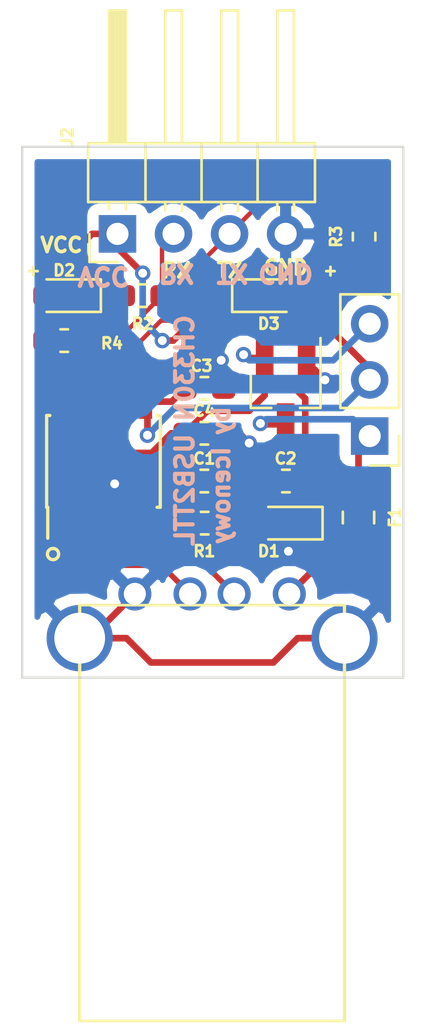
<source format=kicad_pcb>
(kicad_pcb (version 20171130) (host pcbnew 5.0.0)

  (general
    (thickness 1)
    (drawings 17)
    (tracks 124)
    (zones 0)
    (modules 17)
    (nets 14)
  )

  (page A4)
  (layers
    (0 F.Cu signal)
    (31 B.Cu signal)
    (32 B.Adhes user)
    (33 F.Adhes user)
    (34 B.Paste user)
    (35 F.Paste user)
    (36 B.SilkS user)
    (37 F.SilkS user)
    (38 B.Mask user)
    (39 F.Mask user)
    (40 Dwgs.User user)
    (41 Cmts.User user)
    (42 Eco1.User user)
    (43 Eco2.User user)
    (44 Edge.Cuts user)
    (45 Margin user)
    (46 B.CrtYd user)
    (47 F.CrtYd user)
    (48 B.Fab user)
    (49 F.Fab user)
  )

  (setup
    (last_trace_width 0.2)
    (trace_clearance 0.2)
    (zone_clearance 0.508)
    (zone_45_only no)
    (trace_min 0.16)
    (segment_width 0.15)
    (edge_width 0.1)
    (via_size 0.6)
    (via_drill 0.3)
    (via_min_size 0.6)
    (via_min_drill 0.3)
    (uvia_size 0.3)
    (uvia_drill 0.1)
    (uvias_allowed no)
    (uvia_min_size 0.2)
    (uvia_min_drill 0.1)
    (pcb_text_width 0.3)
    (pcb_text_size 1.5 1.5)
    (mod_edge_width 0.15)
    (mod_text_size 1 1)
    (mod_text_width 0.15)
    (pad_size 1.05 0.95)
    (pad_drill 0)
    (pad_to_mask_clearance 0.2)
    (aux_axis_origin 0 0)
    (visible_elements FFFFFF7F)
    (pcbplotparams
      (layerselection 0x00030_80000001)
      (usegerberextensions false)
      (usegerberattributes false)
      (usegerberadvancedattributes false)
      (creategerberjobfile false)
      (excludeedgelayer true)
      (linewidth 0.100000)
      (plotframeref false)
      (viasonmask false)
      (mode 1)
      (useauxorigin false)
      (hpglpennumber 1)
      (hpglpenspeed 20)
      (hpglpendiameter 15.000000)
      (psnegative false)
      (psa4output false)
      (plotreference true)
      (plotvalue true)
      (plotinvisibletext false)
      (padsonsilk false)
      (subtractmaskfromsilk false)
      (outputformat 1)
      (mirror false)
      (drillshape 1)
      (scaleselection 1)
      (outputdirectory ""))
  )

  (net 0 "")
  (net 1 VBUS)
  (net 2 GND)
  (net 3 +3V3)
  (net 4 VCC)
  (net 5 /D+)
  (net 6 /D-)
  (net 7 "Net-(D1-Pad2)")
  (net 8 "Net-(U1-Pad4)")
  (net 9 "Net-(D2-Pad1)")
  (net 10 "Net-(D3-Pad1)")
  (net 11 "Net-(F1-Pad2)")
  (net 12 /RX)
  (net 13 /TX)

  (net_class Default 这是默认网络组.
    (clearance 0.2)
    (trace_width 0.2)
    (via_dia 0.6)
    (via_drill 0.3)
    (uvia_dia 0.3)
    (uvia_drill 0.1)
    (add_net /D+)
    (add_net /D-)
    (add_net /RX)
    (add_net /TX)
    (add_net "Net-(D1-Pad2)")
    (add_net "Net-(D2-Pad1)")
    (add_net "Net-(D3-Pad1)")
    (add_net "Net-(U1-Pad4)")
  )

  (net_class Power ""
    (clearance 0.2)
    (trace_width 0.3)
    (via_dia 0.7)
    (via_drill 0.4)
    (uvia_dia 0.3)
    (uvia_drill 0.1)
    (add_net +3V3)
    (add_net GND)
    (add_net "Net-(F1-Pad2)")
    (add_net VBUS)
    (add_net VCC)
  )

  (module Capacitor_SMD:C_0603_1608Metric_Pad1.05x0.95mm_HandSolder (layer F.Cu) (tedit 5B301BBE) (tstamp 5B8FCC8F)
    (at 149.366 91.059 180)
    (descr "Capacitor SMD 0603 (1608 Metric), square (rectangular) end terminal, IPC_7351 nominal with elongated pad for handsoldering. (Body size source: http://www.tortai-tech.com/upload/download/2011102023233369053.pdf), generated with kicad-footprint-generator")
    (tags "capacitor handsolder")
    (path /5B1CCC33)
    (attr smd)
    (fp_text reference C2 (at 0.014 1.016 180) (layer F.SilkS)
      (effects (font (size 0.5 0.5) (thickness 0.125)))
    )
    (fp_text value 1uF (at 0 1.43 180) (layer F.Fab)
      (effects (font (size 1 1) (thickness 0.15)))
    )
    (fp_text user %R (at 0 0 180) (layer F.Fab)
      (effects (font (size 0.4 0.4) (thickness 0.06)))
    )
    (fp_line (start 1.65 0.73) (end -1.65 0.73) (layer F.CrtYd) (width 0.05))
    (fp_line (start 1.65 -0.73) (end 1.65 0.73) (layer F.CrtYd) (width 0.05))
    (fp_line (start -1.65 -0.73) (end 1.65 -0.73) (layer F.CrtYd) (width 0.05))
    (fp_line (start -1.65 0.73) (end -1.65 -0.73) (layer F.CrtYd) (width 0.05))
    (fp_line (start -0.171267 0.51) (end 0.171267 0.51) (layer F.SilkS) (width 0.12))
    (fp_line (start -0.171267 -0.51) (end 0.171267 -0.51) (layer F.SilkS) (width 0.12))
    (fp_line (start 0.8 0.4) (end -0.8 0.4) (layer F.Fab) (width 0.1))
    (fp_line (start 0.8 -0.4) (end 0.8 0.4) (layer F.Fab) (width 0.1))
    (fp_line (start -0.8 -0.4) (end 0.8 -0.4) (layer F.Fab) (width 0.1))
    (fp_line (start -0.8 0.4) (end -0.8 -0.4) (layer F.Fab) (width 0.1))
    (pad 2 smd roundrect (at 0.875 0 180) (size 1.05 0.95) (layers F.Cu F.Paste F.Mask) (roundrect_rratio 0.25)
      (net 2 GND))
    (pad 1 smd roundrect (at -0.875 0 180) (size 1.05 0.95) (layers F.Cu F.Paste F.Mask) (roundrect_rratio 0.25)
      (net 3 +3V3))
    (model ${KISYS3DMOD}/Capacitor_SMD.3dshapes/C_0603_1608Metric.wrl
      (at (xyz 0 0 0))
      (scale (xyz 1 1 1))
      (rotate (xyz 0 0 0))
    )
  )

  (module Capacitor_SMD:C_0603_1608Metric_Pad1.05x0.95mm_HandSolder (layer F.Cu) (tedit 5B301BBE) (tstamp 5B8FDD28)
    (at 145.669 86.868)
    (descr "Capacitor SMD 0603 (1608 Metric), square (rectangular) end terminal, IPC_7351 nominal with elongated pad for handsoldering. (Body size source: http://www.tortai-tech.com/upload/download/2011102023233369053.pdf), generated with kicad-footprint-generator")
    (tags "capacitor handsolder")
    (path /5B1CC892)
    (attr smd)
    (fp_text reference C3 (at -0.127 -1.016) (layer F.SilkS)
      (effects (font (size 0.5 0.5) (thickness 0.125)))
    )
    (fp_text value 0.1uF (at 0 1.43) (layer F.Fab)
      (effects (font (size 1 1) (thickness 0.15)))
    )
    (fp_line (start -0.8 0.4) (end -0.8 -0.4) (layer F.Fab) (width 0.1))
    (fp_line (start -0.8 -0.4) (end 0.8 -0.4) (layer F.Fab) (width 0.1))
    (fp_line (start 0.8 -0.4) (end 0.8 0.4) (layer F.Fab) (width 0.1))
    (fp_line (start 0.8 0.4) (end -0.8 0.4) (layer F.Fab) (width 0.1))
    (fp_line (start -0.171267 -0.51) (end 0.171267 -0.51) (layer F.SilkS) (width 0.12))
    (fp_line (start -0.171267 0.51) (end 0.171267 0.51) (layer F.SilkS) (width 0.12))
    (fp_line (start -1.65 0.73) (end -1.65 -0.73) (layer F.CrtYd) (width 0.05))
    (fp_line (start -1.65 -0.73) (end 1.65 -0.73) (layer F.CrtYd) (width 0.05))
    (fp_line (start 1.65 -0.73) (end 1.65 0.73) (layer F.CrtYd) (width 0.05))
    (fp_line (start 1.65 0.73) (end -1.65 0.73) (layer F.CrtYd) (width 0.05))
    (fp_text user %R (at 0 0) (layer F.Fab)
      (effects (font (size 0.4 0.4) (thickness 0.06)))
    )
    (pad 1 smd roundrect (at -0.875 0) (size 1.05 0.95) (layers F.Cu F.Paste F.Mask) (roundrect_rratio 0.25)
      (net 4 VCC))
    (pad 2 smd roundrect (at 0.875 0) (size 1.05 0.95) (layers F.Cu F.Paste F.Mask) (roundrect_rratio 0.25)
      (net 2 GND))
    (model ${KISYS3DMOD}/Capacitor_SMD.3dshapes/C_0603_1608Metric.wrl
      (at (xyz 0 0 0))
      (scale (xyz 1 1 1))
      (rotate (xyz 0 0 0))
    )
  )

  (module Capacitor_SMD:C_0603_1608Metric_Pad1.05x0.95mm_HandSolder (layer F.Cu) (tedit 5B301BBE) (tstamp 5B8FCC6D)
    (at 145.669 88.9 180)
    (descr "Capacitor SMD 0603 (1608 Metric), square (rectangular) end terminal, IPC_7351 nominal with elongated pad for handsoldering. (Body size source: http://www.tortai-tech.com/upload/download/2011102023233369053.pdf), generated with kicad-footprint-generator")
    (tags "capacitor handsolder")
    (path /5B83FB9A)
    (attr smd)
    (fp_text reference C4 (at 0 1.016 180) (layer F.SilkS)
      (effects (font (size 0.5 0.5) (thickness 0.125)))
    )
    (fp_text value 0.1uF (at 0 1.43 180) (layer F.Fab)
      (effects (font (size 1 1) (thickness 0.15)))
    )
    (fp_text user %R (at 0 0 180) (layer F.Fab)
      (effects (font (size 0.4 0.4) (thickness 0.06)))
    )
    (fp_line (start 1.65 0.73) (end -1.65 0.73) (layer F.CrtYd) (width 0.05))
    (fp_line (start 1.65 -0.73) (end 1.65 0.73) (layer F.CrtYd) (width 0.05))
    (fp_line (start -1.65 -0.73) (end 1.65 -0.73) (layer F.CrtYd) (width 0.05))
    (fp_line (start -1.65 0.73) (end -1.65 -0.73) (layer F.CrtYd) (width 0.05))
    (fp_line (start -0.171267 0.51) (end 0.171267 0.51) (layer F.SilkS) (width 0.12))
    (fp_line (start -0.171267 -0.51) (end 0.171267 -0.51) (layer F.SilkS) (width 0.12))
    (fp_line (start 0.8 0.4) (end -0.8 0.4) (layer F.Fab) (width 0.1))
    (fp_line (start 0.8 -0.4) (end 0.8 0.4) (layer F.Fab) (width 0.1))
    (fp_line (start -0.8 -0.4) (end 0.8 -0.4) (layer F.Fab) (width 0.1))
    (fp_line (start -0.8 0.4) (end -0.8 -0.4) (layer F.Fab) (width 0.1))
    (pad 2 smd roundrect (at 0.875 0 180) (size 1.05 0.95) (layers F.Cu F.Paste F.Mask) (roundrect_rratio 0.25)
      (net 3 +3V3))
    (pad 1 smd roundrect (at -0.875 0 180) (size 1.05 0.95) (layers F.Cu F.Paste F.Mask) (roundrect_rratio 0.25)
      (net 2 GND))
    (model ${KISYS3DMOD}/Capacitor_SMD.3dshapes/C_0603_1608Metric.wrl
      (at (xyz 0 0 0))
      (scale (xyz 1 1 1))
      (rotate (xyz 0 0 0))
    )
  )

  (module Capacitor_SMD:C_0603_1608Metric_Pad1.05x0.95mm_HandSolder (layer F.Cu) (tedit 5B301BBE) (tstamp 5B8FCC5C)
    (at 145.669 91.059)
    (descr "Capacitor SMD 0603 (1608 Metric), square (rectangular) end terminal, IPC_7351 nominal with elongated pad for handsoldering. (Body size source: http://www.tortai-tech.com/upload/download/2011102023233369053.pdf), generated with kicad-footprint-generator")
    (tags "capacitor handsolder")
    (path /5B1CC957)
    (attr smd)
    (fp_text reference C1 (at 0 -1.016) (layer F.SilkS)
      (effects (font (size 0.5 0.5) (thickness 0.125)))
    )
    (fp_text value 1uF (at 0 1.43) (layer F.Fab)
      (effects (font (size 1 1) (thickness 0.15)))
    )
    (fp_line (start -0.8 0.4) (end -0.8 -0.4) (layer F.Fab) (width 0.1))
    (fp_line (start -0.8 -0.4) (end 0.8 -0.4) (layer F.Fab) (width 0.1))
    (fp_line (start 0.8 -0.4) (end 0.8 0.4) (layer F.Fab) (width 0.1))
    (fp_line (start 0.8 0.4) (end -0.8 0.4) (layer F.Fab) (width 0.1))
    (fp_line (start -0.171267 -0.51) (end 0.171267 -0.51) (layer F.SilkS) (width 0.12))
    (fp_line (start -0.171267 0.51) (end 0.171267 0.51) (layer F.SilkS) (width 0.12))
    (fp_line (start -1.65 0.73) (end -1.65 -0.73) (layer F.CrtYd) (width 0.05))
    (fp_line (start -1.65 -0.73) (end 1.65 -0.73) (layer F.CrtYd) (width 0.05))
    (fp_line (start 1.65 -0.73) (end 1.65 0.73) (layer F.CrtYd) (width 0.05))
    (fp_line (start 1.65 0.73) (end -1.65 0.73) (layer F.CrtYd) (width 0.05))
    (fp_text user %R (at 0 0) (layer F.Fab)
      (effects (font (size 0.4 0.4) (thickness 0.06)))
    )
    (pad 1 smd roundrect (at -0.875 0) (size 1.05 0.95) (layers F.Cu F.Paste F.Mask) (roundrect_rratio 0.25)
      (net 1 VBUS))
    (pad 2 smd roundrect (at 0.875 0) (size 1.05 0.95) (layers F.Cu F.Paste F.Mask) (roundrect_rratio 0.25)
      (net 2 GND))
    (model ${KISYS3DMOD}/Capacitor_SMD.3dshapes/C_0603_1608Metric.wrl
      (at (xyz 0 0 0))
      (scale (xyz 1 1 1))
      (rotate (xyz 0 0 0))
    )
  )

  (module Connector_PinHeader_2.54mm:PinHeader_1x03_P2.54mm_Vertical (layer F.Cu) (tedit 5B83CA2E) (tstamp 5B8FCC4B)
    (at 153.162 89.027 180)
    (descr "Through hole straight pin header, 1x03, 2.54mm pitch, single row")
    (tags "Through hole pin header THT 1x03 2.54mm single row")
    (path /5B2CB58E)
    (fp_text reference J3 (at 0 -2.33 180) (layer F.SilkS) hide
      (effects (font (size 0.5 0.5) (thickness 0.125)))
    )
    (fp_text value "VOL SEL" (at 0 7.41 180) (layer F.Fab)
      (effects (font (size 1 1) (thickness 0.15)))
    )
    (fp_line (start -0.635 -1.27) (end 1.27 -1.27) (layer F.Fab) (width 0.1))
    (fp_line (start 1.27 -1.27) (end 1.27 6.35) (layer F.Fab) (width 0.1))
    (fp_line (start 1.27 6.35) (end -1.27 6.35) (layer F.Fab) (width 0.1))
    (fp_line (start -1.27 6.35) (end -1.27 -0.635) (layer F.Fab) (width 0.1))
    (fp_line (start -1.27 -0.635) (end -0.635 -1.27) (layer F.Fab) (width 0.1))
    (fp_line (start -1.33 6.41) (end 1.33 6.41) (layer F.SilkS) (width 0.12))
    (fp_line (start -1.33 1.27) (end -1.33 6.41) (layer F.SilkS) (width 0.12))
    (fp_line (start 1.33 1.27) (end 1.33 6.41) (layer F.SilkS) (width 0.12))
    (fp_line (start -1.33 1.27) (end 1.33 1.27) (layer F.SilkS) (width 0.12))
    (fp_line (start -1.33 0) (end -1.33 -1.33) (layer F.SilkS) (width 0.12))
    (fp_line (start -1.33 -1.33) (end 0 -1.33) (layer F.SilkS) (width 0.12))
    (fp_line (start -1.8 -1.8) (end -1.8 6.85) (layer F.CrtYd) (width 0.05))
    (fp_line (start -1.8 6.85) (end 1.8 6.85) (layer F.CrtYd) (width 0.05))
    (fp_line (start 1.8 6.85) (end 1.8 -1.8) (layer F.CrtYd) (width 0.05))
    (fp_line (start 1.8 -1.8) (end -1.8 -1.8) (layer F.CrtYd) (width 0.05))
    (fp_text user %R (at 0 2.54 270) (layer F.Fab)
      (effects (font (size 1 1) (thickness 0.15)))
    )
    (pad 1 thru_hole rect (at 0 0 180) (size 1.7 1.7) (drill 1) (layers *.Cu *.Mask)
      (net 1 VBUS))
    (pad 2 thru_hole oval (at 0 2.54 180) (size 1.7 1.7) (drill 1) (layers *.Cu *.Mask)
      (net 4 VCC))
    (pad 3 thru_hole oval (at 0 5.08 180) (size 1.7 1.7) (drill 1) (layers *.Cu *.Mask)
      (net 3 +3V3))
    (model ${KISYS3DMOD}/Connector_PinHeader_2.54mm.3dshapes/PinHeader_1x03_P2.54mm_Vertical.wrl
      (at (xyz 0 0 0))
      (scale (xyz 1 1 1))
      (rotate (xyz 0 0 0))
    )
  )

  (module Connector_PinHeader_2.54mm:PinHeader_1x04_P2.54mm_Horizontal (layer F.Cu) (tedit 59FED5CB) (tstamp 5B8FCC34)
    (at 141.732 79.883 90)
    (descr "Through hole angled pin header, 1x04, 2.54mm pitch, 6mm pin length, single row")
    (tags "Through hole angled pin header THT 1x04 2.54mm single row")
    (path /5B1CB0DD)
    (fp_text reference J2 (at 4.385 -2.27 90) (layer F.SilkS)
      (effects (font (size 0.5 0.5) (thickness 0.125)))
    )
    (fp_text value UART (at 4.385 9.89 90) (layer F.Fab)
      (effects (font (size 1 1) (thickness 0.15)))
    )
    (fp_line (start 2.135 -1.27) (end 4.04 -1.27) (layer F.Fab) (width 0.1))
    (fp_line (start 4.04 -1.27) (end 4.04 8.89) (layer F.Fab) (width 0.1))
    (fp_line (start 4.04 8.89) (end 1.5 8.89) (layer F.Fab) (width 0.1))
    (fp_line (start 1.5 8.89) (end 1.5 -0.635) (layer F.Fab) (width 0.1))
    (fp_line (start 1.5 -0.635) (end 2.135 -1.27) (layer F.Fab) (width 0.1))
    (fp_line (start -0.32 -0.32) (end 1.5 -0.32) (layer F.Fab) (width 0.1))
    (fp_line (start -0.32 -0.32) (end -0.32 0.32) (layer F.Fab) (width 0.1))
    (fp_line (start -0.32 0.32) (end 1.5 0.32) (layer F.Fab) (width 0.1))
    (fp_line (start 4.04 -0.32) (end 10.04 -0.32) (layer F.Fab) (width 0.1))
    (fp_line (start 10.04 -0.32) (end 10.04 0.32) (layer F.Fab) (width 0.1))
    (fp_line (start 4.04 0.32) (end 10.04 0.32) (layer F.Fab) (width 0.1))
    (fp_line (start -0.32 2.22) (end 1.5 2.22) (layer F.Fab) (width 0.1))
    (fp_line (start -0.32 2.22) (end -0.32 2.86) (layer F.Fab) (width 0.1))
    (fp_line (start -0.32 2.86) (end 1.5 2.86) (layer F.Fab) (width 0.1))
    (fp_line (start 4.04 2.22) (end 10.04 2.22) (layer F.Fab) (width 0.1))
    (fp_line (start 10.04 2.22) (end 10.04 2.86) (layer F.Fab) (width 0.1))
    (fp_line (start 4.04 2.86) (end 10.04 2.86) (layer F.Fab) (width 0.1))
    (fp_line (start -0.32 4.76) (end 1.5 4.76) (layer F.Fab) (width 0.1))
    (fp_line (start -0.32 4.76) (end -0.32 5.4) (layer F.Fab) (width 0.1))
    (fp_line (start -0.32 5.4) (end 1.5 5.4) (layer F.Fab) (width 0.1))
    (fp_line (start 4.04 4.76) (end 10.04 4.76) (layer F.Fab) (width 0.1))
    (fp_line (start 10.04 4.76) (end 10.04 5.4) (layer F.Fab) (width 0.1))
    (fp_line (start 4.04 5.4) (end 10.04 5.4) (layer F.Fab) (width 0.1))
    (fp_line (start -0.32 7.3) (end 1.5 7.3) (layer F.Fab) (width 0.1))
    (fp_line (start -0.32 7.3) (end -0.32 7.94) (layer F.Fab) (width 0.1))
    (fp_line (start -0.32 7.94) (end 1.5 7.94) (layer F.Fab) (width 0.1))
    (fp_line (start 4.04 7.3) (end 10.04 7.3) (layer F.Fab) (width 0.1))
    (fp_line (start 10.04 7.3) (end 10.04 7.94) (layer F.Fab) (width 0.1))
    (fp_line (start 4.04 7.94) (end 10.04 7.94) (layer F.Fab) (width 0.1))
    (fp_line (start 1.44 -1.33) (end 1.44 8.95) (layer F.SilkS) (width 0.12))
    (fp_line (start 1.44 8.95) (end 4.1 8.95) (layer F.SilkS) (width 0.12))
    (fp_line (start 4.1 8.95) (end 4.1 -1.33) (layer F.SilkS) (width 0.12))
    (fp_line (start 4.1 -1.33) (end 1.44 -1.33) (layer F.SilkS) (width 0.12))
    (fp_line (start 4.1 -0.38) (end 10.1 -0.38) (layer F.SilkS) (width 0.12))
    (fp_line (start 10.1 -0.38) (end 10.1 0.38) (layer F.SilkS) (width 0.12))
    (fp_line (start 10.1 0.38) (end 4.1 0.38) (layer F.SilkS) (width 0.12))
    (fp_line (start 4.1 -0.32) (end 10.1 -0.32) (layer F.SilkS) (width 0.12))
    (fp_line (start 4.1 -0.2) (end 10.1 -0.2) (layer F.SilkS) (width 0.12))
    (fp_line (start 4.1 -0.08) (end 10.1 -0.08) (layer F.SilkS) (width 0.12))
    (fp_line (start 4.1 0.04) (end 10.1 0.04) (layer F.SilkS) (width 0.12))
    (fp_line (start 4.1 0.16) (end 10.1 0.16) (layer F.SilkS) (width 0.12))
    (fp_line (start 4.1 0.28) (end 10.1 0.28) (layer F.SilkS) (width 0.12))
    (fp_line (start 1.11 -0.38) (end 1.44 -0.38) (layer F.SilkS) (width 0.12))
    (fp_line (start 1.11 0.38) (end 1.44 0.38) (layer F.SilkS) (width 0.12))
    (fp_line (start 1.44 1.27) (end 4.1 1.27) (layer F.SilkS) (width 0.12))
    (fp_line (start 4.1 2.16) (end 10.1 2.16) (layer F.SilkS) (width 0.12))
    (fp_line (start 10.1 2.16) (end 10.1 2.92) (layer F.SilkS) (width 0.12))
    (fp_line (start 10.1 2.92) (end 4.1 2.92) (layer F.SilkS) (width 0.12))
    (fp_line (start 1.042929 2.16) (end 1.44 2.16) (layer F.SilkS) (width 0.12))
    (fp_line (start 1.042929 2.92) (end 1.44 2.92) (layer F.SilkS) (width 0.12))
    (fp_line (start 1.44 3.81) (end 4.1 3.81) (layer F.SilkS) (width 0.12))
    (fp_line (start 4.1 4.7) (end 10.1 4.7) (layer F.SilkS) (width 0.12))
    (fp_line (start 10.1 4.7) (end 10.1 5.46) (layer F.SilkS) (width 0.12))
    (fp_line (start 10.1 5.46) (end 4.1 5.46) (layer F.SilkS) (width 0.12))
    (fp_line (start 1.042929 4.7) (end 1.44 4.7) (layer F.SilkS) (width 0.12))
    (fp_line (start 1.042929 5.46) (end 1.44 5.46) (layer F.SilkS) (width 0.12))
    (fp_line (start 1.44 6.35) (end 4.1 6.35) (layer F.SilkS) (width 0.12))
    (fp_line (start 4.1 7.24) (end 10.1 7.24) (layer F.SilkS) (width 0.12))
    (fp_line (start 10.1 7.24) (end 10.1 8) (layer F.SilkS) (width 0.12))
    (fp_line (start 10.1 8) (end 4.1 8) (layer F.SilkS) (width 0.12))
    (fp_line (start 1.042929 7.24) (end 1.44 7.24) (layer F.SilkS) (width 0.12))
    (fp_line (start 1.042929 8) (end 1.44 8) (layer F.SilkS) (width 0.12))
    (fp_line (start -1.27 0) (end -1.27 -1.27) (layer F.SilkS) (width 0.12))
    (fp_line (start -1.27 -1.27) (end 0 -1.27) (layer F.SilkS) (width 0.12))
    (fp_line (start -1.8 -1.8) (end -1.8 9.4) (layer F.CrtYd) (width 0.05))
    (fp_line (start -1.8 9.4) (end 10.55 9.4) (layer F.CrtYd) (width 0.05))
    (fp_line (start 10.55 9.4) (end 10.55 -1.8) (layer F.CrtYd) (width 0.05))
    (fp_line (start 10.55 -1.8) (end -1.8 -1.8) (layer F.CrtYd) (width 0.05))
    (fp_text user %R (at 2.77 3.81 180) (layer F.Fab)
      (effects (font (size 1 1) (thickness 0.15)))
    )
    (pad 1 thru_hole rect (at 0 0 90) (size 1.7 1.7) (drill 1) (layers *.Cu *.Mask)
      (net 4 VCC))
    (pad 2 thru_hole oval (at 0 2.54 90) (size 1.7 1.7) (drill 1) (layers *.Cu *.Mask)
      (net 12 /RX))
    (pad 3 thru_hole oval (at 0 5.08 90) (size 1.7 1.7) (drill 1) (layers *.Cu *.Mask)
      (net 13 /TX))
    (pad 4 thru_hole oval (at 0 7.62 90) (size 1.7 1.7) (drill 1) (layers *.Cu *.Mask)
      (net 2 GND))
    (model ${KISYS3DMOD}/Connector_PinHeader_2.54mm.3dshapes/PinHeader_1x04_P2.54mm_Horizontal.wrl
      (at (xyz 0 0 0))
      (scale (xyz 1 1 1))
      (rotate (xyz 0 0 0))
    )
  )

  (module Icenowy_Connectors:USB_A_Plug (layer F.Cu) (tedit 5B83CA28) (tstamp 5B8FCBE7)
    (at 142.519001 96.164001)
    (descr "USB A plug")
    (tags "USB USB_A")
    (path /5B2CA836)
    (fp_text reference J1 (at 0 -2.35) (layer F.SilkS) hide
      (effects (font (size 0.5 0.5) (thickness 0.125)))
    )
    (fp_text value USB_A (at 3.84 7.44) (layer F.Fab)
      (effects (font (size 1 1) (thickness 0.15)))
    )
    (fp_line (start 9.5 0.508) (end 9.5 19.308) (layer F.SilkS) (width 0.15))
    (fp_line (start -4.191 19.431) (end -4.191 -1.397) (layer F.CrtYd) (width 0.05))
    (fp_line (start 11.303 -1.397) (end 11.303 19.431) (layer F.CrtYd) (width 0.05))
    (fp_line (start -4.191 19.431) (end 11.303 19.431) (layer F.CrtYd) (width 0.05))
    (fp_line (start -4.191 -1.397) (end 11.303 -1.397) (layer F.CrtYd) (width 0.05))
    (fp_line (start -2.5 0.508) (end 9.5 0.508) (layer F.SilkS) (width 0.12))
    (fp_line (start -2.5 0.508) (end -2.5 19.308) (layer F.SilkS) (width 0.15))
    (fp_line (start -2.5 19.308) (end 9.5 19.308) (layer F.SilkS) (width 0.12))
    (pad "" np_thru_hole circle (at 5.75 2 270) (size 1.5 1.5) (drill 1.5) (layers *.Cu *.Mask))
    (pad 1 thru_hole circle (at 7 0 270) (size 1.5 1.5) (drill 1) (layers *.Cu *.Mask)
      (net 11 "Net-(F1-Pad2)"))
    (pad 2 thru_hole circle (at 4.5 0 270) (size 1.5 1.5) (drill 1) (layers *.Cu *.Mask)
      (net 6 /D-))
    (pad 3 thru_hole circle (at 2.5 0 270) (size 1.5 1.5) (drill 1) (layers *.Cu *.Mask)
      (net 5 /D+))
    (pad 4 thru_hole circle (at 0 0 270) (size 1.5 1.5) (drill 1) (layers *.Cu *.Mask)
      (net 2 GND))
    (pad 5 thru_hole circle (at 9.5 2 270) (size 3 3) (drill 2.3) (layers *.Cu *.Mask)
      (net 2 GND))
    (pad 5 thru_hole circle (at -2.5 2 270) (size 3 3) (drill 2.3) (layers *.Cu *.Mask)
      (net 2 GND))
    (pad "" np_thru_hole circle (at 1.25 2 270) (size 1.5 1.5) (drill 1.5) (layers *.Cu *.Mask))
    (model /home/icenowy/kicad/packages/USB_A_Plug.step
      (offset (xyz 3.5 -20 0))
      (scale (xyz 1 1 1))
      (rotate (xyz -90 0 0))
    )
  )

  (module LED_SMD:LED_0603_1608Metric_Pad1.05x0.95mm_HandSolder (layer F.Cu) (tedit 5B4B45C9) (tstamp 5B8FCBD3)
    (at 149.366 92.964 180)
    (descr "LED SMD 0603 (1608 Metric), square (rectangular) end terminal, IPC_7351 nominal, (Body size source: http://www.tortai-tech.com/upload/download/2011102023233369053.pdf), generated with kicad-footprint-generator")
    (tags "LED handsolder")
    (path /5B43400E)
    (attr smd)
    (fp_text reference D1 (at 0.776 -1.27 180) (layer F.SilkS)
      (effects (font (size 0.5 0.5) (thickness 0.125)))
    )
    (fp_text value RED (at 0 1.43 180) (layer F.Fab)
      (effects (font (size 1 1) (thickness 0.15)))
    )
    (fp_line (start 0.8 -0.4) (end -0.5 -0.4) (layer F.Fab) (width 0.1))
    (fp_line (start -0.5 -0.4) (end -0.8 -0.1) (layer F.Fab) (width 0.1))
    (fp_line (start -0.8 -0.1) (end -0.8 0.4) (layer F.Fab) (width 0.1))
    (fp_line (start -0.8 0.4) (end 0.8 0.4) (layer F.Fab) (width 0.1))
    (fp_line (start 0.8 0.4) (end 0.8 -0.4) (layer F.Fab) (width 0.1))
    (fp_line (start 0.8 -0.735) (end -1.66 -0.735) (layer F.SilkS) (width 0.12))
    (fp_line (start -1.66 -0.735) (end -1.66 0.735) (layer F.SilkS) (width 0.12))
    (fp_line (start -1.66 0.735) (end 0.8 0.735) (layer F.SilkS) (width 0.12))
    (fp_line (start -1.65 0.73) (end -1.65 -0.73) (layer F.CrtYd) (width 0.05))
    (fp_line (start -1.65 -0.73) (end 1.65 -0.73) (layer F.CrtYd) (width 0.05))
    (fp_line (start 1.65 -0.73) (end 1.65 0.73) (layer F.CrtYd) (width 0.05))
    (fp_line (start 1.65 0.73) (end -1.65 0.73) (layer F.CrtYd) (width 0.05))
    (fp_text user %R (at 0 0 180) (layer F.Fab)
      (effects (font (size 0.4 0.4) (thickness 0.06)))
    )
    (pad 1 smd roundrect (at -0.875 0 180) (size 1.05 0.95) (layers F.Cu F.Paste F.Mask) (roundrect_rratio 0.25)
      (net 2 GND))
    (pad 2 smd roundrect (at 0.875 0 180) (size 1.05 0.95) (layers F.Cu F.Paste F.Mask) (roundrect_rratio 0.25)
      (net 7 "Net-(D1-Pad2)"))
    (model ${KISYS3DMOD}/LED_SMD.3dshapes/LED_0603_1608Metric.wrl
      (at (xyz 0 0 0))
      (scale (xyz 1 1 1))
      (rotate (xyz 0 0 0))
    )
  )

  (module LED_SMD:LED_0603_1608Metric_Pad1.05x0.95mm_HandSolder (layer F.Cu) (tedit 5B4B45C9) (tstamp 5B8FEB4C)
    (at 148.59 82.677)
    (descr "LED SMD 0603 (1608 Metric), square (rectangular) end terminal, IPC_7351 nominal, (Body size source: http://www.tortai-tech.com/upload/download/2011102023233369053.pdf), generated with kicad-footprint-generator")
    (tags "LED handsolder")
    (path /5B4345C3)
    (attr smd)
    (fp_text reference D3 (at 0 1.27) (layer F.SilkS)
      (effects (font (size 0.5 0.5) (thickness 0.125)))
    )
    (fp_text value YELLOW (at 0 1.43) (layer F.Fab)
      (effects (font (size 1 1) (thickness 0.15)))
    )
    (fp_text user %R (at 0 0) (layer F.Fab)
      (effects (font (size 0.4 0.4) (thickness 0.06)))
    )
    (fp_line (start 1.65 0.73) (end -1.65 0.73) (layer F.CrtYd) (width 0.05))
    (fp_line (start 1.65 -0.73) (end 1.65 0.73) (layer F.CrtYd) (width 0.05))
    (fp_line (start -1.65 -0.73) (end 1.65 -0.73) (layer F.CrtYd) (width 0.05))
    (fp_line (start -1.65 0.73) (end -1.65 -0.73) (layer F.CrtYd) (width 0.05))
    (fp_line (start -1.66 0.735) (end 0.8 0.735) (layer F.SilkS) (width 0.12))
    (fp_line (start -1.66 -0.735) (end -1.66 0.735) (layer F.SilkS) (width 0.12))
    (fp_line (start 0.8 -0.735) (end -1.66 -0.735) (layer F.SilkS) (width 0.12))
    (fp_line (start 0.8 0.4) (end 0.8 -0.4) (layer F.Fab) (width 0.1))
    (fp_line (start -0.8 0.4) (end 0.8 0.4) (layer F.Fab) (width 0.1))
    (fp_line (start -0.8 -0.1) (end -0.8 0.4) (layer F.Fab) (width 0.1))
    (fp_line (start -0.5 -0.4) (end -0.8 -0.1) (layer F.Fab) (width 0.1))
    (fp_line (start 0.8 -0.4) (end -0.5 -0.4) (layer F.Fab) (width 0.1))
    (pad 2 smd roundrect (at 0.875 0) (size 1.05 0.95) (layers F.Cu F.Paste F.Mask) (roundrect_rratio 0.25)
      (net 4 VCC))
    (pad 1 smd roundrect (at -0.875 0) (size 1.05 0.95) (layers F.Cu F.Paste F.Mask) (roundrect_rratio 0.25)
      (net 10 "Net-(D3-Pad1)"))
    (model ${KISYS3DMOD}/LED_SMD.3dshapes/LED_0603_1608Metric.wrl
      (at (xyz 0 0 0))
      (scale (xyz 1 1 1))
      (rotate (xyz 0 0 0))
    )
  )

  (module LED_SMD:LED_0603_1608Metric_Pad1.05x0.95mm_HandSolder (layer F.Cu) (tedit 5B4B45C9) (tstamp 5B8FCBAD)
    (at 139.319 82.677 180)
    (descr "LED SMD 0603 (1608 Metric), square (rectangular) end terminal, IPC_7351 nominal, (Body size source: http://www.tortai-tech.com/upload/download/2011102023233369053.pdf), generated with kicad-footprint-generator")
    (tags "LED handsolder")
    (path /5B434512)
    (attr smd)
    (fp_text reference D2 (at 0 1.143 180) (layer F.SilkS)
      (effects (font (size 0.5 0.5) (thickness 0.125)))
    )
    (fp_text value YELLOW (at 0 1.43 180) (layer F.Fab)
      (effects (font (size 1 1) (thickness 0.15)))
    )
    (fp_line (start 0.8 -0.4) (end -0.5 -0.4) (layer F.Fab) (width 0.1))
    (fp_line (start -0.5 -0.4) (end -0.8 -0.1) (layer F.Fab) (width 0.1))
    (fp_line (start -0.8 -0.1) (end -0.8 0.4) (layer F.Fab) (width 0.1))
    (fp_line (start -0.8 0.4) (end 0.8 0.4) (layer F.Fab) (width 0.1))
    (fp_line (start 0.8 0.4) (end 0.8 -0.4) (layer F.Fab) (width 0.1))
    (fp_line (start 0.8 -0.735) (end -1.66 -0.735) (layer F.SilkS) (width 0.12))
    (fp_line (start -1.66 -0.735) (end -1.66 0.735) (layer F.SilkS) (width 0.12))
    (fp_line (start -1.66 0.735) (end 0.8 0.735) (layer F.SilkS) (width 0.12))
    (fp_line (start -1.65 0.73) (end -1.65 -0.73) (layer F.CrtYd) (width 0.05))
    (fp_line (start -1.65 -0.73) (end 1.65 -0.73) (layer F.CrtYd) (width 0.05))
    (fp_line (start 1.65 -0.73) (end 1.65 0.73) (layer F.CrtYd) (width 0.05))
    (fp_line (start 1.65 0.73) (end -1.65 0.73) (layer F.CrtYd) (width 0.05))
    (fp_text user %R (at 0 0 180) (layer F.Fab)
      (effects (font (size 0.4 0.4) (thickness 0.06)))
    )
    (pad 1 smd roundrect (at -0.875 0 180) (size 1.05 0.95) (layers F.Cu F.Paste F.Mask) (roundrect_rratio 0.25)
      (net 9 "Net-(D2-Pad1)"))
    (pad 2 smd roundrect (at 0.875 0 180) (size 1.05 0.95) (layers F.Cu F.Paste F.Mask) (roundrect_rratio 0.25)
      (net 4 VCC))
    (model ${KISYS3DMOD}/LED_SMD.3dshapes/LED_0603_1608Metric.wrl
      (at (xyz 0 0 0))
      (scale (xyz 1 1 1))
      (rotate (xyz 0 0 0))
    )
  )

  (module Package_SO:SOIC-8_3.9x4.9mm_P1.27mm (layer F.Cu) (tedit 5B83CD77) (tstamp 5B8FCB9A)
    (at 141.097 90.17 90)
    (descr "8-Lead Plastic Small Outline (SN) - Narrow, 3.90 mm Body [SOIC] (see Microchip Packaging Specification 00000049BS.pdf)")
    (tags "SOIC 1.27")
    (path /5B1CB030)
    (attr smd)
    (fp_text reference U1 (at 0 -3.5 90) (layer F.SilkS) hide
      (effects (font (size 0.5 0.5) (thickness 0.125)))
    )
    (fp_text value CH330N (at 0 3.5 90) (layer F.Fab)
      (effects (font (size 1 1) (thickness 0.15)))
    )
    (fp_text user %R (at 0 0 90) (layer F.Fab)
      (effects (font (size 1 1) (thickness 0.15)))
    )
    (fp_line (start -0.95 -2.45) (end 1.95 -2.45) (layer F.Fab) (width 0.1))
    (fp_line (start 1.95 -2.45) (end 1.95 2.45) (layer F.Fab) (width 0.1))
    (fp_line (start 1.95 2.45) (end -1.95 2.45) (layer F.Fab) (width 0.1))
    (fp_line (start -1.95 2.45) (end -1.95 -1.45) (layer F.Fab) (width 0.1))
    (fp_line (start -1.95 -1.45) (end -0.95 -2.45) (layer F.Fab) (width 0.1))
    (fp_line (start -3.73 -2.7) (end -3.73 2.7) (layer F.CrtYd) (width 0.05))
    (fp_line (start 3.73 -2.7) (end 3.73 2.7) (layer F.CrtYd) (width 0.05))
    (fp_line (start -3.73 -2.7) (end 3.73 -2.7) (layer F.CrtYd) (width 0.05))
    (fp_line (start -3.73 2.7) (end 3.73 2.7) (layer F.CrtYd) (width 0.05))
    (fp_line (start -2.075 -2.575) (end -2.075 -2.525) (layer F.SilkS) (width 0.15))
    (fp_line (start 2.075 -2.575) (end 2.075 -2.43) (layer F.SilkS) (width 0.15))
    (fp_line (start 2.075 2.575) (end 2.075 2.43) (layer F.SilkS) (width 0.15))
    (fp_line (start -2.075 2.575) (end -2.075 2.43) (layer F.SilkS) (width 0.15))
    (fp_line (start -2.075 -2.575) (end 2.075 -2.575) (layer F.SilkS) (width 0.15))
    (fp_line (start -2.075 2.575) (end 2.075 2.575) (layer F.SilkS) (width 0.15))
    (fp_line (start -2.075 -2.525) (end -3.475 -2.525) (layer F.SilkS) (width 0.15))
    (pad 1 smd rect (at -2.7 -1.905 90) (size 1.55 0.6) (layers F.Cu F.Paste F.Mask)
      (net 5 /D+))
    (pad 2 smd rect (at -2.7 -0.635 90) (size 1.55 0.6) (layers F.Cu F.Paste F.Mask)
      (net 6 /D-))
    (pad 3 smd rect (at -2.7 0.635 90) (size 1.55 0.6) (layers F.Cu F.Paste F.Mask)
      (net 2 GND))
    (pad 4 smd rect (at -2.7 1.905 90) (size 1.55 0.6) (layers F.Cu F.Paste F.Mask)
      (net 8 "Net-(U1-Pad4)"))
    (pad 5 smd rect (at 2.7 1.905 90) (size 1.55 0.6) (layers F.Cu F.Paste F.Mask)
      (net 4 VCC))
    (pad 6 smd rect (at 2.7 0.635 90) (size 1.55 0.6) (layers F.Cu F.Paste F.Mask)
      (net 13 /TX))
    (pad 7 smd rect (at 2.7 -0.635 90) (size 1.55 0.6) (layers F.Cu F.Paste F.Mask)
      (net 12 /RX))
    (pad 8 smd rect (at 2.7 -1.905 90) (size 1.55 0.6) (layers F.Cu F.Paste F.Mask)
      (net 3 +3V3))
    (model ${KISYS3DMOD}/Package_SO.3dshapes/SOIC-8_3.9x4.9mm_P1.27mm.wrl
      (at (xyz 0 0 0))
      (scale (xyz 1 1 1))
      (rotate (xyz 0 0 0))
    )
  )

  (module Package_TO_SOT_SMD:SOT-23_Handsoldering (layer F.Cu) (tedit 5B83CACD) (tstamp 5B8FCB7D)
    (at 149.352 86.995 270)
    (descr "SOT-23, Handsoldering")
    (tags SOT-23)
    (path /5B1CAB58)
    (attr smd)
    (fp_text reference U2 (at 0 -2.5 270) (layer F.SilkS) hide
      (effects (font (size 0.5 0.5) (thickness 0.125)))
    )
    (fp_text value XC6206P33 (at 0 2.5 270) (layer F.Fab)
      (effects (font (size 1 1) (thickness 0.15)))
    )
    (fp_text user %R (at 0 0) (layer F.Fab)
      (effects (font (size 0.5 0.5) (thickness 0.075)))
    )
    (fp_line (start 0.76 1.58) (end 0.76 0.65) (layer F.SilkS) (width 0.12))
    (fp_line (start 0.76 -1.58) (end 0.76 -0.65) (layer F.SilkS) (width 0.12))
    (fp_line (start -2.7 -1.75) (end 2.7 -1.75) (layer F.CrtYd) (width 0.05))
    (fp_line (start 2.7 -1.75) (end 2.7 1.75) (layer F.CrtYd) (width 0.05))
    (fp_line (start 2.7 1.75) (end -2.7 1.75) (layer F.CrtYd) (width 0.05))
    (fp_line (start -2.7 1.75) (end -2.7 -1.75) (layer F.CrtYd) (width 0.05))
    (fp_line (start 0.76 -1.58) (end -2.4 -1.58) (layer F.SilkS) (width 0.12))
    (fp_line (start -0.7 -0.95) (end -0.7 1.5) (layer F.Fab) (width 0.1))
    (fp_line (start -0.15 -1.52) (end 0.7 -1.52) (layer F.Fab) (width 0.1))
    (fp_line (start -0.7 -0.95) (end -0.15 -1.52) (layer F.Fab) (width 0.1))
    (fp_line (start 0.7 -1.52) (end 0.7 1.52) (layer F.Fab) (width 0.1))
    (fp_line (start -0.7 1.52) (end 0.7 1.52) (layer F.Fab) (width 0.1))
    (fp_line (start 0.76 1.58) (end -0.7 1.58) (layer F.SilkS) (width 0.12))
    (pad 1 smd rect (at -1.5 -0.95 270) (size 1.9 0.8) (layers F.Cu F.Paste F.Mask)
      (net 2 GND))
    (pad 2 smd rect (at -1.5 0.95 270) (size 1.9 0.8) (layers F.Cu F.Paste F.Mask)
      (net 3 +3V3))
    (pad 3 smd rect (at 1.5 0 270) (size 1.9 0.8) (layers F.Cu F.Paste F.Mask)
      (net 1 VBUS))
    (model ${KISYS3DMOD}/Package_TO_SOT_SMD.3dshapes/SOT-23.wrl
      (at (xyz 0 0 0))
      (scale (xyz 1 1 1))
      (rotate (xyz 0 0 0))
    )
  )

  (module Resistor_SMD:R_0603_1608Metric_Pad1.05x0.95mm_HandSolder (layer F.Cu) (tedit 5B301BBD) (tstamp 5B8FCB68)
    (at 145.683 92.964 180)
    (descr "Resistor SMD 0603 (1608 Metric), square (rectangular) end terminal, IPC_7351 nominal with elongated pad for handsoldering. (Body size source: http://www.tortai-tech.com/upload/download/2011102023233369053.pdf), generated with kicad-footprint-generator")
    (tags "resistor handsolder")
    (path /5B433CAB)
    (attr smd)
    (fp_text reference R1 (at 0.014 -1.27 180) (layer F.SilkS)
      (effects (font (size 0.5 0.5) (thickness 0.125)))
    )
    (fp_text value 1.5kR (at 0 1.43 180) (layer F.Fab)
      (effects (font (size 1 1) (thickness 0.15)))
    )
    (fp_text user %R (at 0 0 180) (layer F.Fab)
      (effects (font (size 0.4 0.4) (thickness 0.06)))
    )
    (fp_line (start 1.65 0.73) (end -1.65 0.73) (layer F.CrtYd) (width 0.05))
    (fp_line (start 1.65 -0.73) (end 1.65 0.73) (layer F.CrtYd) (width 0.05))
    (fp_line (start -1.65 -0.73) (end 1.65 -0.73) (layer F.CrtYd) (width 0.05))
    (fp_line (start -1.65 0.73) (end -1.65 -0.73) (layer F.CrtYd) (width 0.05))
    (fp_line (start -0.171267 0.51) (end 0.171267 0.51) (layer F.SilkS) (width 0.12))
    (fp_line (start -0.171267 -0.51) (end 0.171267 -0.51) (layer F.SilkS) (width 0.12))
    (fp_line (start 0.8 0.4) (end -0.8 0.4) (layer F.Fab) (width 0.1))
    (fp_line (start 0.8 -0.4) (end 0.8 0.4) (layer F.Fab) (width 0.1))
    (fp_line (start -0.8 -0.4) (end 0.8 -0.4) (layer F.Fab) (width 0.1))
    (fp_line (start -0.8 0.4) (end -0.8 -0.4) (layer F.Fab) (width 0.1))
    (pad 2 smd roundrect (at 0.875 0 180) (size 1.05 0.95) (layers F.Cu F.Paste F.Mask) (roundrect_rratio 0.25)
      (net 3 +3V3))
    (pad 1 smd roundrect (at -0.875 0 180) (size 1.05 0.95) (layers F.Cu F.Paste F.Mask) (roundrect_rratio 0.25)
      (net 7 "Net-(D1-Pad2)"))
    (model ${KISYS3DMOD}/Resistor_SMD.3dshapes/R_0603_1608Metric.wrl
      (at (xyz 0 0 0))
      (scale (xyz 1 1 1))
      (rotate (xyz 0 0 0))
    )
  )

  (module Resistor_SMD:R_0603_1608Metric_Pad1.05x0.95mm_HandSolder (layer F.Cu) (tedit 5B301BBD) (tstamp 5B8FCB57)
    (at 142.875 82.677 180)
    (descr "Resistor SMD 0603 (1608 Metric), square (rectangular) end terminal, IPC_7351 nominal with elongated pad for handsoldering. (Body size source: http://www.tortai-tech.com/upload/download/2011102023233369053.pdf), generated with kicad-footprint-generator")
    (tags "resistor handsolder")
    (path /5B434450)
    (attr smd)
    (fp_text reference R2 (at 0 -1.27 180) (layer F.SilkS)
      (effects (font (size 0.5 0.5) (thickness 0.125)))
    )
    (fp_text value 1.5kR (at 0 1.43 180) (layer F.Fab)
      (effects (font (size 1 1) (thickness 0.15)))
    )
    (fp_line (start -0.8 0.4) (end -0.8 -0.4) (layer F.Fab) (width 0.1))
    (fp_line (start -0.8 -0.4) (end 0.8 -0.4) (layer F.Fab) (width 0.1))
    (fp_line (start 0.8 -0.4) (end 0.8 0.4) (layer F.Fab) (width 0.1))
    (fp_line (start 0.8 0.4) (end -0.8 0.4) (layer F.Fab) (width 0.1))
    (fp_line (start -0.171267 -0.51) (end 0.171267 -0.51) (layer F.SilkS) (width 0.12))
    (fp_line (start -0.171267 0.51) (end 0.171267 0.51) (layer F.SilkS) (width 0.12))
    (fp_line (start -1.65 0.73) (end -1.65 -0.73) (layer F.CrtYd) (width 0.05))
    (fp_line (start -1.65 -0.73) (end 1.65 -0.73) (layer F.CrtYd) (width 0.05))
    (fp_line (start 1.65 -0.73) (end 1.65 0.73) (layer F.CrtYd) (width 0.05))
    (fp_line (start 1.65 0.73) (end -1.65 0.73) (layer F.CrtYd) (width 0.05))
    (fp_text user %R (at 0 0 180) (layer F.Fab)
      (effects (font (size 0.4 0.4) (thickness 0.06)))
    )
    (pad 1 smd roundrect (at -0.875 0 180) (size 1.05 0.95) (layers F.Cu F.Paste F.Mask) (roundrect_rratio 0.25)
      (net 12 /RX))
    (pad 2 smd roundrect (at 0.875 0 180) (size 1.05 0.95) (layers F.Cu F.Paste F.Mask) (roundrect_rratio 0.25)
      (net 9 "Net-(D2-Pad1)"))
    (model ${KISYS3DMOD}/Resistor_SMD.3dshapes/R_0603_1608Metric.wrl
      (at (xyz 0 0 0))
      (scale (xyz 1 1 1))
      (rotate (xyz 0 0 0))
    )
  )

  (module Resistor_SMD:R_0603_1608Metric_Pad1.05x0.95mm_HandSolder (layer F.Cu) (tedit 5B301BBD) (tstamp 5B8FCB46)
    (at 152.908 80.01 90)
    (descr "Resistor SMD 0603 (1608 Metric), square (rectangular) end terminal, IPC_7351 nominal with elongated pad for handsoldering. (Body size source: http://www.tortai-tech.com/upload/download/2011102023233369053.pdf), generated with kicad-footprint-generator")
    (tags "resistor handsolder")
    (path /5B4344C1)
    (attr smd)
    (fp_text reference R3 (at 0 -1.27 90) (layer F.SilkS)
      (effects (font (size 0.5 0.5) (thickness 0.125)))
    )
    (fp_text value 1.5kR (at 0 1.43 90) (layer F.Fab)
      (effects (font (size 1 1) (thickness 0.15)))
    )
    (fp_text user %R (at 0 0 90) (layer F.Fab)
      (effects (font (size 0.4 0.4) (thickness 0.06)))
    )
    (fp_line (start 1.65 0.73) (end -1.65 0.73) (layer F.CrtYd) (width 0.05))
    (fp_line (start 1.65 -0.73) (end 1.65 0.73) (layer F.CrtYd) (width 0.05))
    (fp_line (start -1.65 -0.73) (end 1.65 -0.73) (layer F.CrtYd) (width 0.05))
    (fp_line (start -1.65 0.73) (end -1.65 -0.73) (layer F.CrtYd) (width 0.05))
    (fp_line (start -0.171267 0.51) (end 0.171267 0.51) (layer F.SilkS) (width 0.12))
    (fp_line (start -0.171267 -0.51) (end 0.171267 -0.51) (layer F.SilkS) (width 0.12))
    (fp_line (start 0.8 0.4) (end -0.8 0.4) (layer F.Fab) (width 0.1))
    (fp_line (start 0.8 -0.4) (end 0.8 0.4) (layer F.Fab) (width 0.1))
    (fp_line (start -0.8 -0.4) (end 0.8 -0.4) (layer F.Fab) (width 0.1))
    (fp_line (start -0.8 0.4) (end -0.8 -0.4) (layer F.Fab) (width 0.1))
    (pad 2 smd roundrect (at 0.875 0 90) (size 1.05 0.95) (layers F.Cu F.Paste F.Mask) (roundrect_rratio 0.25)
      (net 13 /TX))
    (pad 1 smd roundrect (at -0.875 0 90) (size 1.05 0.95) (layers F.Cu F.Paste F.Mask) (roundrect_rratio 0.25)
      (net 10 "Net-(D3-Pad1)"))
    (model ${KISYS3DMOD}/Resistor_SMD.3dshapes/R_0603_1608Metric.wrl
      (at (xyz 0 0 0))
      (scale (xyz 1 1 1))
      (rotate (xyz 0 0 0))
    )
  )

  (module Resistor_SMD:R_0603_1608Metric_Pad1.05x0.95mm_HandSolder (layer F.Cu) (tedit 5B301BBD) (tstamp 5B8FCB35)
    (at 139.319 84.709)
    (descr "Resistor SMD 0603 (1608 Metric), square (rectangular) end terminal, IPC_7351 nominal with elongated pad for handsoldering. (Body size source: http://www.tortai-tech.com/upload/download/2011102023233369053.pdf), generated with kicad-footprint-generator")
    (tags "resistor handsolder")
    (path /5B83CCD0)
    (attr smd)
    (fp_text reference R4 (at 2.159 0.127) (layer F.SilkS)
      (effects (font (size 0.5 0.5) (thickness 0.125)))
    )
    (fp_text value 10kR (at 0 1.43) (layer F.Fab)
      (effects (font (size 1 1) (thickness 0.15)))
    )
    (fp_line (start -0.8 0.4) (end -0.8 -0.4) (layer F.Fab) (width 0.1))
    (fp_line (start -0.8 -0.4) (end 0.8 -0.4) (layer F.Fab) (width 0.1))
    (fp_line (start 0.8 -0.4) (end 0.8 0.4) (layer F.Fab) (width 0.1))
    (fp_line (start 0.8 0.4) (end -0.8 0.4) (layer F.Fab) (width 0.1))
    (fp_line (start -0.171267 -0.51) (end 0.171267 -0.51) (layer F.SilkS) (width 0.12))
    (fp_line (start -0.171267 0.51) (end 0.171267 0.51) (layer F.SilkS) (width 0.12))
    (fp_line (start -1.65 0.73) (end -1.65 -0.73) (layer F.CrtYd) (width 0.05))
    (fp_line (start -1.65 -0.73) (end 1.65 -0.73) (layer F.CrtYd) (width 0.05))
    (fp_line (start 1.65 -0.73) (end 1.65 0.73) (layer F.CrtYd) (width 0.05))
    (fp_line (start 1.65 0.73) (end -1.65 0.73) (layer F.CrtYd) (width 0.05))
    (fp_text user %R (at 0 0) (layer F.Fab)
      (effects (font (size 0.4 0.4) (thickness 0.06)))
    )
    (pad 1 smd roundrect (at -0.875 0) (size 1.05 0.95) (layers F.Cu F.Paste F.Mask) (roundrect_rratio 0.25)
      (net 4 VCC))
    (pad 2 smd roundrect (at 0.875 0) (size 1.05 0.95) (layers F.Cu F.Paste F.Mask) (roundrect_rratio 0.25)
      (net 12 /RX))
    (model ${KISYS3DMOD}/Resistor_SMD.3dshapes/R_0603_1608Metric.wrl
      (at (xyz 0 0 0))
      (scale (xyz 1 1 1))
      (rotate (xyz 0 0 0))
    )
  )

  (module Resistor_SMD:R_0805_2012Metric_Pad1.15x1.40mm_HandSolder (layer F.Cu) (tedit 5B36C52B) (tstamp 5B8FCB24)
    (at 152.654 92.71 270)
    (descr "Resistor SMD 0805 (2012 Metric), square (rectangular) end terminal, IPC_7351 nominal with elongated pad for handsoldering. (Body size source: https://docs.google.com/spreadsheets/d/1BsfQQcO9C6DZCsRaXUlFlo91Tg2WpOkGARC1WS5S8t0/edit?usp=sharing), generated with kicad-footprint-generator")
    (tags "resistor handsolder")
    (path /5B8429C0)
    (attr smd)
    (fp_text reference F1 (at 0 -1.65 270) (layer F.SilkS)
      (effects (font (size 0.5 0.5) (thickness 0.125)))
    )
    (fp_text value ">5.2V 100mA" (at 0 1.65 270) (layer F.Fab)
      (effects (font (size 1 1) (thickness 0.15)))
    )
    (fp_line (start -1 0.6) (end -1 -0.6) (layer F.Fab) (width 0.1))
    (fp_line (start -1 -0.6) (end 1 -0.6) (layer F.Fab) (width 0.1))
    (fp_line (start 1 -0.6) (end 1 0.6) (layer F.Fab) (width 0.1))
    (fp_line (start 1 0.6) (end -1 0.6) (layer F.Fab) (width 0.1))
    (fp_line (start -0.261252 -0.71) (end 0.261252 -0.71) (layer F.SilkS) (width 0.12))
    (fp_line (start -0.261252 0.71) (end 0.261252 0.71) (layer F.SilkS) (width 0.12))
    (fp_line (start -1.85 0.95) (end -1.85 -0.95) (layer F.CrtYd) (width 0.05))
    (fp_line (start -1.85 -0.95) (end 1.85 -0.95) (layer F.CrtYd) (width 0.05))
    (fp_line (start 1.85 -0.95) (end 1.85 0.95) (layer F.CrtYd) (width 0.05))
    (fp_line (start 1.85 0.95) (end -1.85 0.95) (layer F.CrtYd) (width 0.05))
    (fp_text user %R (at 0 0 270) (layer F.Fab)
      (effects (font (size 0.5 0.5) (thickness 0.08)))
    )
    (pad 1 smd roundrect (at -1.025 0 270) (size 1.15 1.4) (layers F.Cu F.Paste F.Mask) (roundrect_rratio 0.217391)
      (net 1 VBUS))
    (pad 2 smd roundrect (at 1.025 0 270) (size 1.15 1.4) (layers F.Cu F.Paste F.Mask) (roundrect_rratio 0.217391)
      (net 11 "Net-(F1-Pad2)"))
    (model ${KISYS3DMOD}/Resistor_SMD.3dshapes/R_0805_2012Metric.wrl
      (at (xyz 0 0 0))
      (scale (xyz 1 1 1))
      (rotate (xyz 0 0 0))
    )
  )

  (gr_text GND (at 149.352 81.407) (layer F.SilkS)
    (effects (font (size 0.65 0.65) (thickness 0.1625)))
  )
  (gr_text TX (at 146.812 81.534) (layer F.SilkS)
    (effects (font (size 0.65 0.65) (thickness 0.1625)))
  )
  (gr_text VCC (at 139.192 80.391) (layer F.SilkS)
    (effects (font (size 0.65 0.65) (thickness 0.1625)))
  )
  (gr_text RX (at 144.399 81.534) (layer F.SilkS)
    (effects (font (size 0.65 0.65) (thickness 0.1625)))
  )
  (gr_circle (center 138.811 94.361) (end 139.065 94.361) (layer F.SilkS) (width 0.15))
  (gr_text + (at 151.384 81.534) (layer F.SilkS) (tstamp 5B83DBB1)
    (effects (font (size 0.5 0.5) (thickness 0.125)))
  )
  (gr_text + (at 137.922 81.534) (layer F.SilkS)
    (effects (font (size 0.5 0.5) (thickness 0.125)))
  )
  (gr_text GND (at 149.352 81.661 180) (layer B.SilkS)
    (effects (font (size 0.8 0.8) (thickness 0.2)) (justify mirror))
  )
  (gr_text TX (at 146.939 81.661 180) (layer B.SilkS)
    (effects (font (size 0.8 0.8) (thickness 0.2)) (justify mirror))
  )
  (gr_text RX (at 144.399 81.661 180) (layer B.SilkS)
    (effects (font (size 0.8 0.8) (thickness 0.2)) (justify mirror))
  )
  (gr_text VCC (at 141.097 81.788 180) (layer B.SilkS)
    (effects (font (size 0.8 0.8) (thickness 0.2)) (justify mirror))
  )
  (gr_text "by Icenowy" (at 146.431 90.805 90) (layer B.SilkS)
    (effects (font (size 0.75 0.75) (thickness 0.1875)) (justify mirror))
  )
  (gr_text "CH330N USB2TTL" (at 144.78 88.773 90) (layer B.SilkS)
    (effects (font (size 0.8 0.8) (thickness 0.1875)) (justify mirror))
  )
  (gr_line (start 154.686 75.946) (end 154.686 99.949) (layer Edge.Cuts) (width 0.1))
  (gr_line (start 137.414 75.946) (end 154.686 75.946) (layer Edge.Cuts) (width 0.1))
  (gr_line (start 137.414 99.949) (end 137.414 75.946) (layer Edge.Cuts) (width 0.1))
  (gr_line (start 154.686 99.949) (end 137.414 99.949) (layer Edge.Cuts) (width 0.1))

  (segment (start 152.654 89.535) (end 153.162 89.027) (width 0.3) (layer F.Cu) (net 1) (status 30))
  (segment (start 152.654 91.685) (end 152.654 89.535) (width 0.3) (layer F.Cu) (net 1) (status 30))
  (segment (start 148.24699 88.495) (end 148.209 88.45701) (width 0.3) (layer F.Cu) (net 1))
  (segment (start 149.352 88.495) (end 148.24699 88.495) (width 0.3) (layer F.Cu) (net 1) (status 10))
  (via (at 148.209 88.45701) (size 0.7) (drill 0.4) (layers F.Cu B.Cu) (net 1))
  (segment (start 149.352 89.045) (end 149.352 88.495) (width 0.3) (layer F.Cu) (net 1) (status 30))
  (segment (start 148.354 90.043) (end 149.352 89.045) (width 0.3) (layer F.Cu) (net 1) (status 20))
  (segment (start 144.794 91.059) (end 145.81 90.043) (width 0.3) (layer F.Cu) (net 1) (status 10))
  (segment (start 145.81 90.043) (end 148.354 90.043) (width 0.3) (layer F.Cu) (net 1))
  (segment (start 148.239995 88.488005) (end 148.209 88.45701) (width 0.3) (layer B.Cu) (net 1))
  (segment (start 153.162 89.027) (end 152.4 88.265) (width 0.3) (layer B.Cu) (net 1) (status 30))
  (segment (start 148.463 88.265) (end 148.239995 88.488005) (width 0.3) (layer B.Cu) (net 1))
  (segment (start 152.4 88.265) (end 148.463 88.265) (width 0.3) (layer B.Cu) (net 1) (status 10))
  (via (at 151.13 86.487) (size 0.7) (drill 0.4) (layers F.Cu B.Cu) (net 2))
  (segment (start 150.302 85.495) (end 150.302 85.659) (width 0.3) (layer F.Cu) (net 2) (status 30))
  (segment (start 150.302 85.659) (end 151.13 86.487) (width 0.3) (layer F.Cu) (net 2) (status 10))
  (via (at 146.431 85.598) (size 0.7) (drill 0.4) (layers F.Cu B.Cu) (net 2))
  (segment (start 146.544 86.868) (end 146.544 85.711) (width 0.3) (layer F.Cu) (net 2) (status 10))
  (segment (start 146.544 85.711) (end 146.431 85.598) (width 0.3) (layer F.Cu) (net 2))
  (segment (start 147.25801 88.9) (end 147.701 89.34299) (width 0.3) (layer F.Cu) (net 2))
  (segment (start 146.544 88.9) (end 147.25801 88.9) (width 0.3) (layer F.Cu) (net 2) (status 10))
  (via (at 147.701 89.34299) (size 0.7) (drill 0.4) (layers F.Cu B.Cu) (net 2))
  (segment (start 146.544 91.059) (end 148.491 91.059) (width 0.3) (layer F.Cu) (net 2) (status 30))
  (segment (start 150.241 92.809) (end 148.491 91.059) (width 0.3) (layer F.Cu) (net 2) (status 30))
  (segment (start 150.241 92.964) (end 150.241 92.809) (width 0.3) (layer F.Cu) (net 2) (status 30))
  (segment (start 150.241 92.964) (end 150.241 93.472) (width 0.3) (layer F.Cu) (net 2) (status 10))
  (via (at 149.479 94.234) (size 0.7) (drill 0.4) (layers F.Cu B.Cu) (net 2))
  (segment (start 150.241 93.472) (end 149.479 94.234) (width 0.3) (layer F.Cu) (net 2))
  (segment (start 140.519001 98.164001) (end 140.019001 98.164001) (width 0.3) (layer F.Cu) (net 2) (status 30))
  (segment (start 142.519001 96.164001) (end 140.519001 98.164001) (width 0.3) (layer F.Cu) (net 2) (status 30))
  (segment (start 148.79768 99.264002) (end 149.897681 98.164001) (width 0.3) (layer F.Cu) (net 2))
  (segment (start 149.897681 98.164001) (end 152.019001 98.164001) (width 0.3) (layer F.Cu) (net 2) (status 20))
  (segment (start 143.240322 99.264002) (end 148.79768 99.264002) (width 0.3) (layer F.Cu) (net 2))
  (segment (start 142.140321 98.164001) (end 143.240322 99.264002) (width 0.3) (layer F.Cu) (net 2))
  (segment (start 140.019001 98.164001) (end 142.140321 98.164001) (width 0.3) (layer F.Cu) (net 2) (status 10))
  (segment (start 141.732 92.87) (end 141.732 91.313) (width 0.3) (layer F.Cu) (net 2) (status 10))
  (via (at 141.605 91.186) (size 0.7) (drill 0.4) (layers F.Cu B.Cu) (net 2))
  (segment (start 141.732 91.313) (end 141.605 91.186) (width 0.3) (layer F.Cu) (net 2))
  (segment (start 148.402 86.045) (end 148.402 85.495) (width 0.3) (layer F.Cu) (net 3) (status 30))
  (segment (start 149.652 86.745) (end 149.102 86.745) (width 0.3) (layer F.Cu) (net 3))
  (segment (start 150.241 87.334) (end 149.652 86.745) (width 0.3) (layer F.Cu) (net 3))
  (segment (start 149.102 86.745) (end 148.402 86.045) (width 0.3) (layer F.Cu) (net 3) (status 20))
  (segment (start 150.241 91.059) (end 150.241 87.334) (width 0.3) (layer F.Cu) (net 3) (status 10))
  (segment (start 144.169 88.9) (end 144.794 88.9) (width 0.3) (layer F.Cu) (net 3) (status 20))
  (segment (start 140.436 89.789) (end 143.28 89.789) (width 0.3) (layer F.Cu) (net 3))
  (segment (start 139.192 87.47) (end 139.192 88.545) (width 0.3) (layer F.Cu) (net 3) (status 10))
  (segment (start 139.192 88.545) (end 140.436 89.789) (width 0.3) (layer F.Cu) (net 3))
  (segment (start 148.402 87.183) (end 148.402 85.495) (width 0.3) (layer F.Cu) (net 3) (status 20))
  (segment (start 147.701 87.884) (end 148.402 87.183) (width 0.3) (layer F.Cu) (net 3))
  (segment (start 144.794 88.9) (end 145.81 87.884) (width 0.3) (layer F.Cu) (net 3) (status 10))
  (segment (start 145.81 87.884) (end 147.701 87.884) (width 0.3) (layer F.Cu) (net 3))
  (segment (start 143.28 89.789) (end 144.169 88.9) (width 0.3) (layer F.Cu) (net 3))
  (segment (start 143.637 90.146) (end 143.28 89.789) (width 0.3) (layer F.Cu) (net 3))
  (segment (start 143.637 91.793) (end 143.637 90.146) (width 0.3) (layer F.Cu) (net 3))
  (segment (start 144.808 92.964) (end 143.637 91.793) (width 0.3) (layer F.Cu) (net 3) (status 10))
  (via (at 147.447 85.344) (size 0.7) (drill 0.4) (layers F.Cu B.Cu) (net 3))
  (segment (start 148.402 85.495) (end 147.598 85.495) (width 0.3) (layer F.Cu) (net 3) (status 10))
  (segment (start 147.598 85.495) (end 147.447 85.344) (width 0.3) (layer F.Cu) (net 3))
  (segment (start 151.511 85.598) (end 153.162 83.947) (width 0.3) (layer B.Cu) (net 3) (status 20))
  (segment (start 147.447 85.344) (end 147.701 85.598) (width 0.3) (layer B.Cu) (net 3))
  (segment (start 147.701 85.598) (end 151.511 85.598) (width 0.3) (layer B.Cu) (net 3))
  (via (at 143.090525 88.988525) (size 0.7) (drill 0.4) (layers F.Cu B.Cu) (net 4))
  (segment (start 143.090525 87.558525) (end 143.002 87.47) (width 0.3) (layer F.Cu) (net 4) (status 30))
  (segment (start 143.090525 88.988525) (end 143.090525 87.558525) (width 0.3) (layer F.Cu) (net 4) (status 20))
  (segment (start 153.162 86.487) (end 151.892 87.757) (width 0.3) (layer B.Cu) (net 4) (status 10))
  (segment (start 144.32205 87.757) (end 143.090525 88.988525) (width 0.3) (layer B.Cu) (net 4))
  (segment (start 151.892 87.757) (end 144.32205 87.757) (width 0.3) (layer B.Cu) (net 4))
  (segment (start 144.192 87.47) (end 144.794 86.868) (width 0.3) (layer F.Cu) (net 4) (status 20))
  (segment (start 143.002 87.47) (end 144.192 87.47) (width 0.3) (layer F.Cu) (net 4) (status 10))
  (segment (start 138.444 82.677) (end 138.444 84.709) (width 0.3) (layer F.Cu) (net 4) (status 30))
  (segment (start 138.943072 81.521928) (end 140.582 79.883) (width 0.3) (layer F.Cu) (net 4))
  (segment (start 138.943072 82.177928) (end 138.943072 81.521928) (width 0.3) (layer F.Cu) (net 4))
  (segment (start 140.582 79.883) (end 141.732 79.883) (width 0.3) (layer F.Cu) (net 4) (status 20))
  (segment (start 138.444 82.677) (end 138.943072 82.177928) (width 0.3) (layer F.Cu) (net 4) (status 10))
  (via (at 142.875 81.661) (size 0.7) (drill 0.4) (layers F.Cu B.Cu) (net 4))
  (segment (start 141.732 79.883) (end 141.732 80.518) (width 0.3) (layer F.Cu) (net 4) (status 30))
  (segment (start 141.732 80.518) (end 142.875 81.661) (width 0.3) (layer F.Cu) (net 4) (status 10))
  (segment (start 153.162 85.979) (end 153.162 86.487) (width 0.3) (layer F.Cu) (net 4) (status 30))
  (segment (start 150.862 83.679) (end 153.162 85.979) (width 0.3) (layer F.Cu) (net 4) (status 20))
  (segment (start 142.875 83.820002) (end 143.763999 84.709001) (width 0.3) (layer B.Cu) (net 4))
  (segment (start 142.875 81.661) (end 142.875 83.820002) (width 0.3) (layer B.Cu) (net 4))
  (via (at 143.763999 84.709001) (size 0.7) (drill 0.4) (layers F.Cu B.Cu) (net 4))
  (segment (start 144.893974 84.074) (end 144.258973 84.709001) (width 0.3) (layer F.Cu) (net 4))
  (segment (start 144.258973 84.709001) (end 143.763999 84.709001) (width 0.3) (layer F.Cu) (net 4))
  (segment (start 149.465 84.074) (end 144.893974 84.074) (width 0.3) (layer F.Cu) (net 4))
  (segment (start 150.467 83.679) (end 149.606705 82.818705) (width 0.3) (layer F.Cu) (net 4))
  (segment (start 150.862 83.679) (end 150.467 83.679) (width 0.3) (layer F.Cu) (net 4))
  (segment (start 149.465 82.96041) (end 149.606705 82.818705) (width 0.3) (layer F.Cu) (net 4))
  (segment (start 149.465 84.074) (end 149.465 82.96041) (width 0.3) (layer F.Cu) (net 4))
  (segment (start 143.724 94.869) (end 145.019001 96.164001) (width 0.25) (layer F.Cu) (net 5) (status 20))
  (segment (start 140.710998 94.869) (end 143.724 94.869) (width 0.25) (layer F.Cu) (net 5))
  (segment (start 139.192 92.87) (end 139.192 93.350002) (width 0.25) (layer F.Cu) (net 5) (status 30))
  (segment (start 139.192 93.350002) (end 140.710998 94.869) (width 0.25) (layer F.Cu) (net 5) (status 10))
  (segment (start 145.216 94.361) (end 147.019001 96.164001) (width 0.25) (layer F.Cu) (net 6) (status 20))
  (segment (start 141.478 94.361) (end 145.216 94.361) (width 0.25) (layer F.Cu) (net 6))
  (segment (start 140.462 92.87) (end 140.462 93.345) (width 0.25) (layer F.Cu) (net 6) (status 30))
  (segment (start 140.462 93.345) (end 141.478 94.361) (width 0.25) (layer F.Cu) (net 6) (status 10))
  (segment (start 146.558 92.964) (end 148.491 92.964) (width 0.2) (layer F.Cu) (net 7) (status 30))
  (segment (start 140.194 82.677) (end 142 82.677) (width 0.2) (layer F.Cu) (net 9) (status 30))
  (segment (start 152.333 80.885) (end 152.908 80.885) (width 0.2) (layer F.Cu) (net 10))
  (segment (start 147.715 82.677) (end 148.858 81.534) (width 0.2) (layer F.Cu) (net 10))
  (segment (start 151.684 81.534) (end 152.333 80.885) (width 0.2) (layer F.Cu) (net 10))
  (segment (start 148.858 81.534) (end 151.684 81.534) (width 0.2) (layer F.Cu) (net 10))
  (segment (start 151.948002 93.735) (end 152.654 93.735) (width 0.3) (layer F.Cu) (net 11) (status 20))
  (segment (start 149.519001 96.164001) (end 151.948002 93.735) (width 0.3) (layer F.Cu) (net 11) (status 10))
  (segment (start 140.462 84.977) (end 140.194 84.709) (width 0.2) (layer F.Cu) (net 12) (status 30))
  (segment (start 140.462 87.47) (end 140.462 84.977) (width 0.2) (layer F.Cu) (net 12) (status 30))
  (segment (start 141.718 84.709) (end 143.75 82.677) (width 0.2) (layer F.Cu) (net 12) (status 20))
  (segment (start 140.194 84.709) (end 141.718 84.709) (width 0.2) (layer F.Cu) (net 12) (status 10))
  (segment (start 143.75 80.405) (end 144.272 79.883) (width 0.2) (layer F.Cu) (net 12) (status 30))
  (segment (start 143.75 82.677) (end 143.75 80.405) (width 0.2) (layer F.Cu) (net 12) (status 30))
  (segment (start 145.962001 80.732999) (end 146.812 79.883) (width 0.2) (layer F.Cu) (net 13))
  (segment (start 145.056928 81.638072) (end 145.962001 80.732999) (width 0.2) (layer F.Cu) (net 13))
  (segment (start 145.556 82.677) (end 145.056928 82.177928) (width 0.2) (layer F.Cu) (net 13))
  (segment (start 145.056928 83.176072) (end 145.556 82.677) (width 0.2) (layer F.Cu) (net 13))
  (segment (start 144.915928 83.176072) (end 145.056928 83.176072) (width 0.2) (layer F.Cu) (net 13))
  (segment (start 144.287001 83.804999) (end 144.915928 83.176072) (width 0.2) (layer F.Cu) (net 13))
  (segment (start 143.705999 83.804999) (end 144.287001 83.804999) (width 0.2) (layer F.Cu) (net 13))
  (segment (start 141.732 85.778998) (end 143.705999 83.804999) (width 0.2) (layer F.Cu) (net 13))
  (segment (start 145.056928 82.177928) (end 145.056928 81.638072) (width 0.2) (layer F.Cu) (net 13))
  (segment (start 141.732 87.47) (end 141.732 85.778998) (width 0.2) (layer F.Cu) (net 13))
  (segment (start 146.812 79.883) (end 148.209 78.486) (width 0.2) (layer F.Cu) (net 13))
  (segment (start 152.259 78.486) (end 152.908 79.135) (width 0.2) (layer F.Cu) (net 13))
  (segment (start 148.209 78.486) (end 152.259 78.486) (width 0.2) (layer F.Cu) (net 13))

  (zone (net 2) (net_name GND) (layer B.Cu) (tstamp 0) (hatch edge 0.508)
    (connect_pads (clearance 0.508))
    (min_thickness 0.254)
    (fill yes (arc_segments 16) (thermal_gap 0.508) (thermal_bridge_width 0.508))
    (polygon
      (pts
        (xy 137.414 99.949) (xy 137.414 75.946) (xy 154.686 75.946) (xy 154.686 99.949) (xy 137.795 99.949)
      )
    )
    (filled_polygon
      (pts
        (xy 154.001 82.721608) (xy 153.741418 82.548161) (xy 153.308256 82.462) (xy 153.015744 82.462) (xy 152.582582 82.548161)
        (xy 152.091375 82.876375) (xy 151.763161 83.367582) (xy 151.647908 83.947) (xy 151.714925 84.283918) (xy 151.185843 84.813)
        (xy 148.293208 84.813) (xy 148.282042 84.786042) (xy 148.004958 84.508958) (xy 147.642929 84.359) (xy 147.251071 84.359)
        (xy 146.889042 84.508958) (xy 146.611958 84.786042) (xy 146.462 85.148071) (xy 146.462 85.539929) (xy 146.611958 85.901958)
        (xy 146.889042 86.179042) (xy 147.251071 86.329) (xy 147.382056 86.329) (xy 147.394708 86.337454) (xy 147.623684 86.383)
        (xy 147.623689 86.383) (xy 147.700999 86.398378) (xy 147.77831 86.383) (xy 151.433688 86.383) (xy 151.511 86.398378)
        (xy 151.588312 86.383) (xy 151.588316 86.383) (xy 151.671902 86.366374) (xy 151.647908 86.487) (xy 151.714925 86.823918)
        (xy 151.566843 86.972) (xy 144.39936 86.972) (xy 144.322049 86.956622) (xy 144.244738 86.972) (xy 144.244734 86.972)
        (xy 144.015758 87.017546) (xy 144.015756 87.017547) (xy 144.015757 87.017547) (xy 143.821641 87.147251) (xy 143.821639 87.147253)
        (xy 143.756097 87.191047) (xy 143.712303 87.256589) (xy 142.965368 88.003525) (xy 142.894596 88.003525) (xy 142.532567 88.153483)
        (xy 142.255483 88.430567) (xy 142.105525 88.792596) (xy 142.105525 89.184454) (xy 142.255483 89.546483) (xy 142.532567 89.823567)
        (xy 142.894596 89.973525) (xy 143.286454 89.973525) (xy 143.648483 89.823567) (xy 143.925567 89.546483) (xy 144.075525 89.184454)
        (xy 144.075525 89.113682) (xy 144.647208 88.542) (xy 147.224 88.542) (xy 147.224 88.652939) (xy 147.373958 89.014968)
        (xy 147.651042 89.292052) (xy 148.013071 89.44201) (xy 148.404929 89.44201) (xy 148.766958 89.292052) (xy 149.00901 89.05)
        (xy 151.66456 89.05) (xy 151.66456 89.877) (xy 151.713843 90.124765) (xy 151.854191 90.334809) (xy 152.064235 90.475157)
        (xy 152.312 90.52444) (xy 154.001001 90.52444) (xy 154.001001 97.349767) (xy 153.85174 96.989419) (xy 153.532971 96.829636)
        (xy 152.198606 98.164001) (xy 152.212749 98.178144) (xy 152.033144 98.357749) (xy 152.019001 98.343606) (xy 152.004859 98.357749)
        (xy 151.825254 98.178144) (xy 151.839396 98.164001) (xy 151.825254 98.149859) (xy 152.004859 97.970254) (xy 152.019001 97.984396)
        (xy 153.353366 96.650031) (xy 153.193583 96.331262) (xy 152.402814 96.021278) (xy 151.553614 96.037504) (xy 150.904001 96.306582)
        (xy 150.904001 95.888507) (xy 150.693148 95.379461) (xy 150.303541 94.989854) (xy 149.794495 94.779001) (xy 149.243507 94.779001)
        (xy 148.734461 94.989854) (xy 148.344854 95.379461) (xy 148.269001 95.562587) (xy 148.193148 95.379461) (xy 147.803541 94.989854)
        (xy 147.294495 94.779001) (xy 146.743507 94.779001) (xy 146.234461 94.989854) (xy 146.019001 95.205314) (xy 145.803541 94.989854)
        (xy 145.294495 94.779001) (xy 144.743507 94.779001) (xy 144.234461 94.989854) (xy 143.844854 95.379461) (xy 143.775604 95.546647)
        (xy 143.731461 95.440078) (xy 143.490518 95.372089) (xy 142.698606 96.164001) (xy 142.712749 96.178144) (xy 142.533144 96.357749)
        (xy 142.519001 96.343606) (xy 142.504859 96.357749) (xy 142.325254 96.178144) (xy 142.339396 96.164001) (xy 141.547484 95.372089)
        (xy 141.306541 95.440078) (xy 141.1218 95.959172) (xy 141.139639 96.310116) (xy 140.402814 96.021278) (xy 139.553614 96.037504)
        (xy 138.844419 96.331262) (xy 138.684636 96.650031) (xy 140.019001 97.984396) (xy 140.033144 97.970254) (xy 140.212749 98.149859)
        (xy 140.198606 98.164001) (xy 140.212749 98.178144) (xy 140.033144 98.357749) (xy 140.019001 98.343606) (xy 140.004859 98.357749)
        (xy 139.825254 98.178144) (xy 139.839396 98.164001) (xy 138.505031 96.829636) (xy 138.186262 96.989419) (xy 138.099 97.212024)
        (xy 138.099 95.192484) (xy 141.727089 95.192484) (xy 142.519001 95.984396) (xy 143.310913 95.192484) (xy 143.242924 94.951541)
        (xy 142.72383 94.7668) (xy 142.173553 94.794771) (xy 141.795078 94.951541) (xy 141.727089 95.192484) (xy 138.099 95.192484)
        (xy 138.099 79.033) (xy 140.23456 79.033) (xy 140.23456 80.733) (xy 140.283843 80.980765) (xy 140.424191 81.190809)
        (xy 140.634235 81.331157) (xy 140.882 81.38044) (xy 141.925055 81.38044) (xy 141.89 81.465071) (xy 141.89 81.856929)
        (xy 142.039958 82.218958) (xy 142.09 82.269) (xy 142.090001 83.742686) (xy 142.074622 83.820002) (xy 142.135546 84.126293)
        (xy 142.265251 84.32041) (xy 142.265254 84.320413) (xy 142.309048 84.385955) (xy 142.37459 84.429749) (xy 142.778999 84.834159)
        (xy 142.778999 84.90493) (xy 142.928957 85.266959) (xy 143.206041 85.544043) (xy 143.56807 85.694001) (xy 143.959928 85.694001)
        (xy 144.321957 85.544043) (xy 144.599041 85.266959) (xy 144.748999 84.90493) (xy 144.748999 84.513072) (xy 144.599041 84.151043)
        (xy 144.321957 83.873959) (xy 143.959928 83.724001) (xy 143.889157 83.724001) (xy 143.66 83.494845) (xy 143.66 82.269)
        (xy 143.710042 82.218958) (xy 143.86 81.856929) (xy 143.86 81.465071) (xy 143.79232 81.301678) (xy 144.125744 81.368)
        (xy 144.418256 81.368) (xy 144.851418 81.281839) (xy 145.342625 80.953625) (xy 145.542 80.655239) (xy 145.741375 80.953625)
        (xy 146.232582 81.281839) (xy 146.665744 81.368) (xy 146.958256 81.368) (xy 147.391418 81.281839) (xy 147.882625 80.953625)
        (xy 148.095843 80.634522) (xy 148.156817 80.764358) (xy 148.585076 81.154645) (xy 148.99511 81.324476) (xy 149.225 81.203155)
        (xy 149.225 80.01) (xy 149.479 80.01) (xy 149.479 81.203155) (xy 149.70889 81.324476) (xy 150.118924 81.154645)
        (xy 150.547183 80.764358) (xy 150.793486 80.239892) (xy 150.672819 80.01) (xy 149.479 80.01) (xy 149.225 80.01)
        (xy 149.205 80.01) (xy 149.205 79.756) (xy 149.225 79.756) (xy 149.225 78.562845) (xy 149.479 78.562845)
        (xy 149.479 79.756) (xy 150.672819 79.756) (xy 150.793486 79.526108) (xy 150.547183 79.001642) (xy 150.118924 78.611355)
        (xy 149.70889 78.441524) (xy 149.479 78.562845) (xy 149.225 78.562845) (xy 148.99511 78.441524) (xy 148.585076 78.611355)
        (xy 148.156817 79.001642) (xy 148.095843 79.131478) (xy 147.882625 78.812375) (xy 147.391418 78.484161) (xy 146.958256 78.398)
        (xy 146.665744 78.398) (xy 146.232582 78.484161) (xy 145.741375 78.812375) (xy 145.542 79.110761) (xy 145.342625 78.812375)
        (xy 144.851418 78.484161) (xy 144.418256 78.398) (xy 144.125744 78.398) (xy 143.692582 78.484161) (xy 143.201375 78.812375)
        (xy 143.189184 78.830619) (xy 143.180157 78.785235) (xy 143.039809 78.575191) (xy 142.829765 78.434843) (xy 142.582 78.38556)
        (xy 140.882 78.38556) (xy 140.634235 78.434843) (xy 140.424191 78.575191) (xy 140.283843 78.785235) (xy 140.23456 79.033)
        (xy 138.099 79.033) (xy 138.099 76.631) (xy 154.001 76.631)
      )
    )
  )
)

</source>
